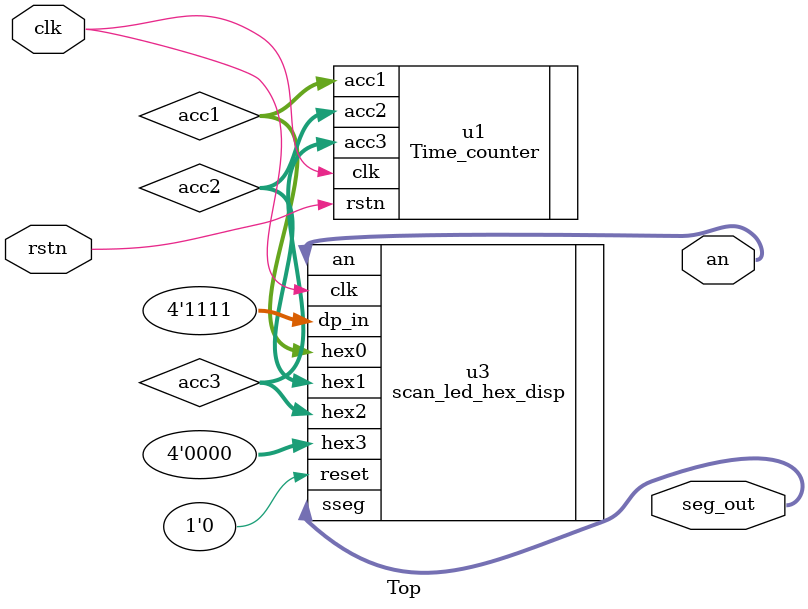
<source format=v>
module Top (
    input  clk,
    input  rstn,
    output [6:0] seg_out,
    output [3:0] an
);
    wire [3:0] acc1, acc2, acc3;
    Time_counter u1  (.clk(clk), .rstn(rstn), .acc1(acc1), .acc2(acc2), .acc3(acc3));

    // BCD u2  (.binary(acc), .Hundreds(Hundreds), .Tens(Tens), .Ones(Ones));

    scan_led_hex_disp u3(
                    .clk(clk),
                    .reset(1'b0),
                    .hex0(acc1), 
                    .hex1(acc2),
                    .hex2(acc3),
                    .hex3(4'b0000),
                    .dp_in(4'b1111), 
                    .an(an),   
                    .sseg(seg_out)  
    );
endmodule //Top
</source>
